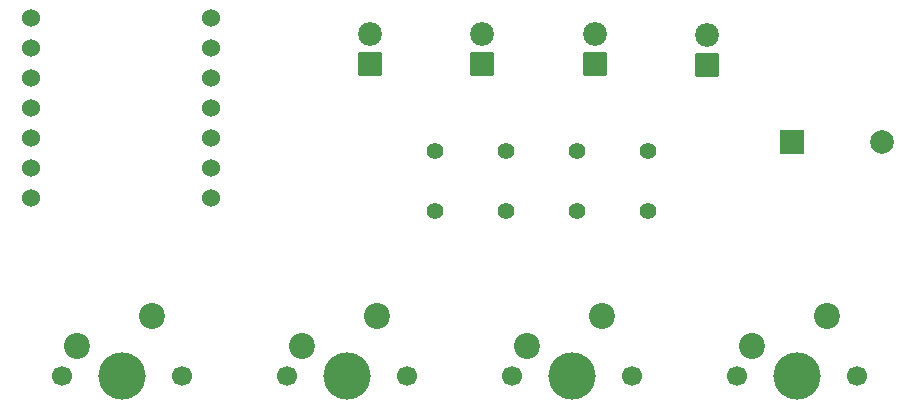
<source format=gbr>
%TF.GenerationSoftware,KiCad,Pcbnew,9.0.2*%
%TF.CreationDate,2025-08-01T16:28:32+05:30*%
%TF.ProjectId,xiao-timer,7869616f-2d74-4696-9d65-722e6b696361,rev?*%
%TF.SameCoordinates,Original*%
%TF.FileFunction,Soldermask,Bot*%
%TF.FilePolarity,Negative*%
%FSLAX46Y46*%
G04 Gerber Fmt 4.6, Leading zero omitted, Abs format (unit mm)*
G04 Created by KiCad (PCBNEW 9.0.2) date 2025-08-01 16:28:32*
%MOMM*%
%LPD*%
G01*
G04 APERTURE LIST*
G04 Aperture macros list*
%AMRoundRect*
0 Rectangle with rounded corners*
0 $1 Rounding radius*
0 $2 $3 $4 $5 $6 $7 $8 $9 X,Y pos of 4 corners*
0 Add a 4 corners polygon primitive as box body*
4,1,4,$2,$3,$4,$5,$6,$7,$8,$9,$2,$3,0*
0 Add four circle primitives for the rounded corners*
1,1,$1+$1,$2,$3*
1,1,$1+$1,$4,$5*
1,1,$1+$1,$6,$7*
1,1,$1+$1,$8,$9*
0 Add four rect primitives between the rounded corners*
20,1,$1+$1,$2,$3,$4,$5,0*
20,1,$1+$1,$4,$5,$6,$7,0*
20,1,$1+$1,$6,$7,$8,$9,0*
20,1,$1+$1,$8,$9,$2,$3,0*%
G04 Aperture macros list end*
%ADD10C,2.019000*%
%ADD11RoundRect,0.102000X0.907500X-0.907500X0.907500X0.907500X-0.907500X0.907500X-0.907500X-0.907500X0*%
%ADD12C,1.400000*%
%ADD13C,1.700000*%
%ADD14C,4.000000*%
%ADD15C,2.200000*%
%ADD16C,1.524000*%
%ADD17R,2.000000X2.000000*%
%ADD18C,2.000000*%
G04 APERTURE END LIST*
D10*
%TO.C,D2*%
X120989859Y-69439572D03*
D11*
X120989859Y-71979572D03*
%TD*%
D10*
%TO.C,D1*%
X111499788Y-69439572D03*
D11*
X111499788Y-71979572D03*
%TD*%
D10*
%TO.C,D3*%
X130479929Y-69439572D03*
D11*
X130479929Y-71979572D03*
%TD*%
D12*
%TO.C,R2*%
X122944417Y-84432500D03*
X122944417Y-79352500D03*
%TD*%
D13*
%TO.C,SW3*%
X123507500Y-98400000D03*
D14*
X128587500Y-98400000D03*
D13*
X133667500Y-98400000D03*
D15*
X131127500Y-93320000D03*
X124777500Y-95860000D03*
%TD*%
D16*
%TO.C,U1*%
X82750000Y-68158500D03*
X82750000Y-70698500D03*
X82750000Y-73238500D03*
X82750000Y-75778500D03*
X82750000Y-78318500D03*
X82750000Y-80858500D03*
X82750000Y-83398500D03*
X97990000Y-83398500D03*
X97990000Y-80858500D03*
X97990000Y-78318500D03*
X97990000Y-75778500D03*
X97990000Y-73238500D03*
X97990000Y-70698500D03*
X97990000Y-68158500D03*
%TD*%
D12*
%TO.C,R3*%
X128955083Y-84432500D03*
X128955083Y-79352500D03*
%TD*%
D10*
%TO.C,D4*%
X139970000Y-69560000D03*
D11*
X139970000Y-72100000D03*
%TD*%
D17*
%TO.C,BZ1*%
X147181250Y-78581250D03*
D18*
X154781250Y-78581250D03*
%TD*%
D13*
%TO.C,SW1*%
X85407500Y-98400000D03*
D14*
X90487500Y-98400000D03*
D13*
X95567500Y-98400000D03*
D15*
X93027500Y-93320000D03*
X86677500Y-95860000D03*
%TD*%
D13*
%TO.C,SW4*%
X142557500Y-98400000D03*
D14*
X147637500Y-98400000D03*
D13*
X152717500Y-98400000D03*
D15*
X150177500Y-93320000D03*
X143827500Y-95860000D03*
%TD*%
D12*
%TO.C,R4*%
X134965750Y-84432500D03*
X134965750Y-79352500D03*
%TD*%
%TO.C,R1*%
X116933750Y-84432500D03*
X116933750Y-79352500D03*
%TD*%
D13*
%TO.C,SW2*%
X104457500Y-98400000D03*
D14*
X109537500Y-98400000D03*
D13*
X114617500Y-98400000D03*
D15*
X112077500Y-93320000D03*
X105727500Y-95860000D03*
%TD*%
M02*

</source>
